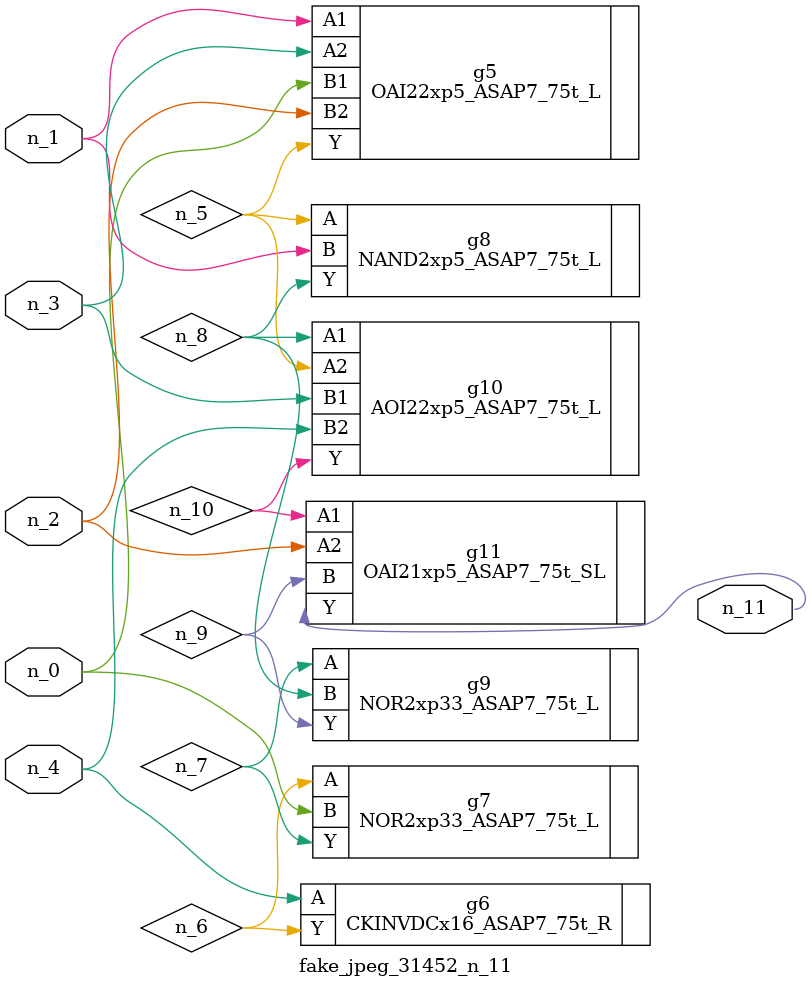
<source format=v>
module fake_jpeg_31452_n_11 (n_3, n_2, n_1, n_0, n_4, n_11);

input n_3;
input n_2;
input n_1;
input n_0;
input n_4;

output n_11;

wire n_10;
wire n_8;
wire n_9;
wire n_6;
wire n_5;
wire n_7;

OAI22xp5_ASAP7_75t_L g5 ( 
.A1(n_1),
.A2(n_3),
.B1(n_0),
.B2(n_2),
.Y(n_5)
);

CKINVDCx16_ASAP7_75t_R g6 ( 
.A(n_4),
.Y(n_6)
);

NOR2xp33_ASAP7_75t_L g7 ( 
.A(n_6),
.B(n_0),
.Y(n_7)
);

NOR2xp33_ASAP7_75t_L g9 ( 
.A(n_7),
.B(n_8),
.Y(n_9)
);

NAND2xp5_ASAP7_75t_L g8 ( 
.A(n_5),
.B(n_1),
.Y(n_8)
);

AOI22xp5_ASAP7_75t_L g10 ( 
.A1(n_8),
.A2(n_5),
.B1(n_3),
.B2(n_4),
.Y(n_10)
);

OAI21xp5_ASAP7_75t_SL g11 ( 
.A1(n_10),
.A2(n_2),
.B(n_9),
.Y(n_11)
);


endmodule
</source>
